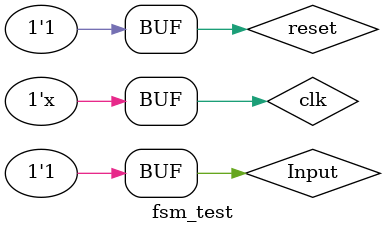
<source format=v>
module fsm(clk,r,in,out,state);

   input clk, r, in;
   output out;

   output reg [1:0] state;
   reg out;

   always @(posedge clk or posedge r)
   begin
   if(r)
   begin
       state <= 2'b00;
       out <= 0;
   end
   else
   begin
       case(state)
       2'b00:
       begin
            if(in)
            begin
               state<= 2'b10;
               out<= 0;
            end
            else
            begin
                state<= 2'b01;
                out<= 0;
            end
   end

       2'b01:
       begin
            if(in)
            begin
                state<= 2'b10;
                out<= 1;
            end
            else
            begin
               state<= 2'b01;
               out<= 0;
            end

       end

       2'b10:
       begin
            if(in)
            begin
                state<= 2'b10;
                out<= 0;
            end
            else
            begin
               state<= 2'b01;
               out<= 1;
            end

       end

       default:
       begin
            state<= 2'b00;
            out<= 0;
       end
     endcase
   end
   end

endmodule

`timescale 1ns/1ps
module fsm_test;
reg Input;
reg clk;
reg reset;
wire Output;
wire [1:0] st;
fsm uut (clk,reset,Input,Output,st);
initial
begin
$dumpfile("fsm.vcd");
$dumpvars(0, fsm_test);
Input=0;
reset=1;
clk=0;
end
always
begin
#5 reset=0;
#6 reset =1;
Input=1;
#4 reset=0;
#6 Input=0;
#4 Input=1;
#4 reset=1;
end

always
begin
#2 clk<=~clk;
end


endmodule

</source>
